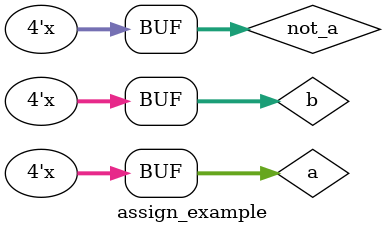
<source format=v>
module assign_example;

reg [3:0] a;
wire [3:0] b;
wire [3:0] not_a;

assign b = a;
assign not_a = ~a;

initial begin
  a = 4'b0000;
end

always #1 begin
  $display("a\t%02d (%b)", a, a);
  $display("b\t%02d (%b)", b, b);
  $display("not_a\t%02d (%b)\n", not_a, not_a);
  a++;
end

endmodule

</source>
